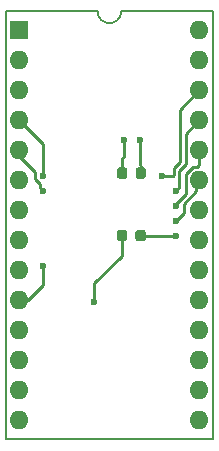
<source format=gbr>
G04 #@! TF.GenerationSoftware,KiCad,Pcbnew,5.0.2+dfsg1-1*
G04 #@! TF.CreationDate,2021-06-16T12:20:31+01:00*
G04 #@! TF.ProjectId,SE PLCC ROM,53452050-4c43-4432-9052-4f4d2e6b6963,rev?*
G04 #@! TF.SameCoordinates,Original*
G04 #@! TF.FileFunction,Copper,L2,Bot*
G04 #@! TF.FilePolarity,Positive*
%FSLAX46Y46*%
G04 Gerber Fmt 4.6, Leading zero omitted, Abs format (unit mm)*
G04 Created by KiCad (PCBNEW 5.0.2+dfsg1-1) date Wed 16 Jun 2021 12:20:31 BST*
%MOMM*%
%LPD*%
G01*
G04 APERTURE LIST*
G04 #@! TA.AperFunction,NonConductor*
%ADD10C,0.150000*%
G04 #@! TD*
G04 #@! TA.AperFunction,ComponentPad*
%ADD11R,1.600000X1.600000*%
G04 #@! TD*
G04 #@! TA.AperFunction,ComponentPad*
%ADD12O,1.600000X1.600000*%
G04 #@! TD*
G04 #@! TA.AperFunction,Conductor*
%ADD13C,0.100000*%
G04 #@! TD*
G04 #@! TA.AperFunction,SMDPad,CuDef*
%ADD14C,0.875000*%
G04 #@! TD*
G04 #@! TA.AperFunction,ViaPad*
%ADD15C,0.600000*%
G04 #@! TD*
G04 #@! TA.AperFunction,Conductor*
%ADD16C,0.250000*%
G04 #@! TD*
G04 APERTURE END LIST*
D10*
X132400000Y-65450000D02*
G75*
G02X130400000Y-65450000I-1000000J0D01*
G01*
X140150000Y-65450000D02*
X132450000Y-65450000D01*
X122650000Y-65450000D02*
X130350000Y-65450000D01*
X122650000Y-65450000D02*
X122650000Y-101700000D01*
X140150000Y-101700000D02*
X122650000Y-101700000D01*
X140150000Y-65450000D02*
X140150000Y-101700000D01*
D11*
G04 #@! TO.P,J1,1*
G04 #@! TO.N,/A15*
X123775001Y-67075001D03*
D12*
G04 #@! TO.P,J1,15*
G04 #@! TO.N,/D3*
X139015001Y-100095001D03*
G04 #@! TO.P,J1,2*
G04 #@! TO.N,/A12*
X123775001Y-69615001D03*
G04 #@! TO.P,J1,16*
G04 #@! TO.N,/D4*
X139015001Y-97555001D03*
G04 #@! TO.P,J1,3*
G04 #@! TO.N,/A7*
X123775001Y-72155001D03*
G04 #@! TO.P,J1,17*
G04 #@! TO.N,/D5*
X139015001Y-95015001D03*
G04 #@! TO.P,J1,4*
G04 #@! TO.N,/A6*
X123775001Y-74695001D03*
G04 #@! TO.P,J1,18*
G04 #@! TO.N,/D6*
X139015001Y-92475001D03*
G04 #@! TO.P,J1,5*
G04 #@! TO.N,/A5*
X123775001Y-77235001D03*
G04 #@! TO.P,J1,19*
G04 #@! TO.N,/D7*
X139015001Y-89935001D03*
G04 #@! TO.P,J1,6*
G04 #@! TO.N,/A4*
X123775001Y-79775001D03*
G04 #@! TO.P,J1,20*
G04 #@! TO.N,Net-(J1-Pad20)*
X139015001Y-87395001D03*
G04 #@! TO.P,J1,7*
G04 #@! TO.N,/A3*
X123775001Y-82315001D03*
G04 #@! TO.P,J1,21*
G04 #@! TO.N,/A10*
X139015001Y-84855001D03*
G04 #@! TO.P,J1,8*
G04 #@! TO.N,/A2*
X123775001Y-84855001D03*
G04 #@! TO.P,J1,22*
G04 #@! TO.N,/A16*
X139015001Y-82315001D03*
G04 #@! TO.P,J1,9*
G04 #@! TO.N,/A1*
X123775001Y-87395001D03*
G04 #@! TO.P,J1,23*
G04 #@! TO.N,/A11*
X139015001Y-79775001D03*
G04 #@! TO.P,J1,10*
G04 #@! TO.N,/A0*
X123775001Y-89935001D03*
G04 #@! TO.P,J1,24*
G04 #@! TO.N,/A9*
X139015001Y-77235001D03*
G04 #@! TO.P,J1,11*
G04 #@! TO.N,/D0*
X123775001Y-92475001D03*
G04 #@! TO.P,J1,25*
G04 #@! TO.N,/A8*
X139015001Y-74695001D03*
G04 #@! TO.P,J1,12*
G04 #@! TO.N,/D1*
X123775001Y-95015001D03*
G04 #@! TO.P,J1,26*
G04 #@! TO.N,/A13*
X139015001Y-72155001D03*
G04 #@! TO.P,J1,13*
G04 #@! TO.N,/D2*
X123775001Y-97555001D03*
G04 #@! TO.P,J1,27*
G04 #@! TO.N,/A14*
X139015001Y-69615001D03*
G04 #@! TO.P,J1,14*
G04 #@! TO.N,GND*
X123775001Y-100095001D03*
G04 #@! TO.P,J1,28*
G04 #@! TO.N,+5V*
X139015001Y-67075001D03*
G04 #@! TD*
D13*
G04 #@! TO.N,GND*
G04 #@! TO.C,R2*
G36*
X132702691Y-83976053D02*
X132723926Y-83979203D01*
X132744750Y-83984419D01*
X132764962Y-83991651D01*
X132784368Y-84000830D01*
X132802781Y-84011866D01*
X132820024Y-84024654D01*
X132835930Y-84039070D01*
X132850346Y-84054976D01*
X132863134Y-84072219D01*
X132874170Y-84090632D01*
X132883349Y-84110038D01*
X132890581Y-84130250D01*
X132895797Y-84151074D01*
X132898947Y-84172309D01*
X132900000Y-84193750D01*
X132900000Y-84706250D01*
X132898947Y-84727691D01*
X132895797Y-84748926D01*
X132890581Y-84769750D01*
X132883349Y-84789962D01*
X132874170Y-84809368D01*
X132863134Y-84827781D01*
X132850346Y-84845024D01*
X132835930Y-84860930D01*
X132820024Y-84875346D01*
X132802781Y-84888134D01*
X132784368Y-84899170D01*
X132764962Y-84908349D01*
X132744750Y-84915581D01*
X132723926Y-84920797D01*
X132702691Y-84923947D01*
X132681250Y-84925000D01*
X132243750Y-84925000D01*
X132222309Y-84923947D01*
X132201074Y-84920797D01*
X132180250Y-84915581D01*
X132160038Y-84908349D01*
X132140632Y-84899170D01*
X132122219Y-84888134D01*
X132104976Y-84875346D01*
X132089070Y-84860930D01*
X132074654Y-84845024D01*
X132061866Y-84827781D01*
X132050830Y-84809368D01*
X132041651Y-84789962D01*
X132034419Y-84769750D01*
X132029203Y-84748926D01*
X132026053Y-84727691D01*
X132025000Y-84706250D01*
X132025000Y-84193750D01*
X132026053Y-84172309D01*
X132029203Y-84151074D01*
X132034419Y-84130250D01*
X132041651Y-84110038D01*
X132050830Y-84090632D01*
X132061866Y-84072219D01*
X132074654Y-84054976D01*
X132089070Y-84039070D01*
X132104976Y-84024654D01*
X132122219Y-84011866D01*
X132140632Y-84000830D01*
X132160038Y-83991651D01*
X132180250Y-83984419D01*
X132201074Y-83979203D01*
X132222309Y-83976053D01*
X132243750Y-83975000D01*
X132681250Y-83975000D01*
X132702691Y-83976053D01*
X132702691Y-83976053D01*
G37*
D14*
G04 #@! TD*
G04 #@! TO.P,R2,2*
G04 #@! TO.N,GND*
X132462500Y-84450000D03*
D13*
G04 #@! TO.N,Net-(R2-Pad1)*
G04 #@! TO.C,R2*
G36*
X134277691Y-83976053D02*
X134298926Y-83979203D01*
X134319750Y-83984419D01*
X134339962Y-83991651D01*
X134359368Y-84000830D01*
X134377781Y-84011866D01*
X134395024Y-84024654D01*
X134410930Y-84039070D01*
X134425346Y-84054976D01*
X134438134Y-84072219D01*
X134449170Y-84090632D01*
X134458349Y-84110038D01*
X134465581Y-84130250D01*
X134470797Y-84151074D01*
X134473947Y-84172309D01*
X134475000Y-84193750D01*
X134475000Y-84706250D01*
X134473947Y-84727691D01*
X134470797Y-84748926D01*
X134465581Y-84769750D01*
X134458349Y-84789962D01*
X134449170Y-84809368D01*
X134438134Y-84827781D01*
X134425346Y-84845024D01*
X134410930Y-84860930D01*
X134395024Y-84875346D01*
X134377781Y-84888134D01*
X134359368Y-84899170D01*
X134339962Y-84908349D01*
X134319750Y-84915581D01*
X134298926Y-84920797D01*
X134277691Y-84923947D01*
X134256250Y-84925000D01*
X133818750Y-84925000D01*
X133797309Y-84923947D01*
X133776074Y-84920797D01*
X133755250Y-84915581D01*
X133735038Y-84908349D01*
X133715632Y-84899170D01*
X133697219Y-84888134D01*
X133679976Y-84875346D01*
X133664070Y-84860930D01*
X133649654Y-84845024D01*
X133636866Y-84827781D01*
X133625830Y-84809368D01*
X133616651Y-84789962D01*
X133609419Y-84769750D01*
X133604203Y-84748926D01*
X133601053Y-84727691D01*
X133600000Y-84706250D01*
X133600000Y-84193750D01*
X133601053Y-84172309D01*
X133604203Y-84151074D01*
X133609419Y-84130250D01*
X133616651Y-84110038D01*
X133625830Y-84090632D01*
X133636866Y-84072219D01*
X133649654Y-84054976D01*
X133664070Y-84039070D01*
X133679976Y-84024654D01*
X133697219Y-84011866D01*
X133715632Y-84000830D01*
X133735038Y-83991651D01*
X133755250Y-83984419D01*
X133776074Y-83979203D01*
X133797309Y-83976053D01*
X133818750Y-83975000D01*
X134256250Y-83975000D01*
X134277691Y-83976053D01*
X134277691Y-83976053D01*
G37*
D14*
G04 #@! TD*
G04 #@! TO.P,R2,1*
G04 #@! TO.N,Net-(R2-Pad1)*
X134037500Y-84450000D03*
D13*
G04 #@! TO.N,+5V*
G04 #@! TO.C,R1*
G36*
X132715191Y-78676053D02*
X132736426Y-78679203D01*
X132757250Y-78684419D01*
X132777462Y-78691651D01*
X132796868Y-78700830D01*
X132815281Y-78711866D01*
X132832524Y-78724654D01*
X132848430Y-78739070D01*
X132862846Y-78754976D01*
X132875634Y-78772219D01*
X132886670Y-78790632D01*
X132895849Y-78810038D01*
X132903081Y-78830250D01*
X132908297Y-78851074D01*
X132911447Y-78872309D01*
X132912500Y-78893750D01*
X132912500Y-79406250D01*
X132911447Y-79427691D01*
X132908297Y-79448926D01*
X132903081Y-79469750D01*
X132895849Y-79489962D01*
X132886670Y-79509368D01*
X132875634Y-79527781D01*
X132862846Y-79545024D01*
X132848430Y-79560930D01*
X132832524Y-79575346D01*
X132815281Y-79588134D01*
X132796868Y-79599170D01*
X132777462Y-79608349D01*
X132757250Y-79615581D01*
X132736426Y-79620797D01*
X132715191Y-79623947D01*
X132693750Y-79625000D01*
X132256250Y-79625000D01*
X132234809Y-79623947D01*
X132213574Y-79620797D01*
X132192750Y-79615581D01*
X132172538Y-79608349D01*
X132153132Y-79599170D01*
X132134719Y-79588134D01*
X132117476Y-79575346D01*
X132101570Y-79560930D01*
X132087154Y-79545024D01*
X132074366Y-79527781D01*
X132063330Y-79509368D01*
X132054151Y-79489962D01*
X132046919Y-79469750D01*
X132041703Y-79448926D01*
X132038553Y-79427691D01*
X132037500Y-79406250D01*
X132037500Y-78893750D01*
X132038553Y-78872309D01*
X132041703Y-78851074D01*
X132046919Y-78830250D01*
X132054151Y-78810038D01*
X132063330Y-78790632D01*
X132074366Y-78772219D01*
X132087154Y-78754976D01*
X132101570Y-78739070D01*
X132117476Y-78724654D01*
X132134719Y-78711866D01*
X132153132Y-78700830D01*
X132172538Y-78691651D01*
X132192750Y-78684419D01*
X132213574Y-78679203D01*
X132234809Y-78676053D01*
X132256250Y-78675000D01*
X132693750Y-78675000D01*
X132715191Y-78676053D01*
X132715191Y-78676053D01*
G37*
D14*
G04 #@! TD*
G04 #@! TO.P,R1,1*
G04 #@! TO.N,+5V*
X132475000Y-79150000D03*
D13*
G04 #@! TO.N,Net-(R1-Pad2)*
G04 #@! TO.C,R1*
G36*
X134290191Y-78676053D02*
X134311426Y-78679203D01*
X134332250Y-78684419D01*
X134352462Y-78691651D01*
X134371868Y-78700830D01*
X134390281Y-78711866D01*
X134407524Y-78724654D01*
X134423430Y-78739070D01*
X134437846Y-78754976D01*
X134450634Y-78772219D01*
X134461670Y-78790632D01*
X134470849Y-78810038D01*
X134478081Y-78830250D01*
X134483297Y-78851074D01*
X134486447Y-78872309D01*
X134487500Y-78893750D01*
X134487500Y-79406250D01*
X134486447Y-79427691D01*
X134483297Y-79448926D01*
X134478081Y-79469750D01*
X134470849Y-79489962D01*
X134461670Y-79509368D01*
X134450634Y-79527781D01*
X134437846Y-79545024D01*
X134423430Y-79560930D01*
X134407524Y-79575346D01*
X134390281Y-79588134D01*
X134371868Y-79599170D01*
X134352462Y-79608349D01*
X134332250Y-79615581D01*
X134311426Y-79620797D01*
X134290191Y-79623947D01*
X134268750Y-79625000D01*
X133831250Y-79625000D01*
X133809809Y-79623947D01*
X133788574Y-79620797D01*
X133767750Y-79615581D01*
X133747538Y-79608349D01*
X133728132Y-79599170D01*
X133709719Y-79588134D01*
X133692476Y-79575346D01*
X133676570Y-79560930D01*
X133662154Y-79545024D01*
X133649366Y-79527781D01*
X133638330Y-79509368D01*
X133629151Y-79489962D01*
X133621919Y-79469750D01*
X133616703Y-79448926D01*
X133613553Y-79427691D01*
X133612500Y-79406250D01*
X133612500Y-78893750D01*
X133613553Y-78872309D01*
X133616703Y-78851074D01*
X133621919Y-78830250D01*
X133629151Y-78810038D01*
X133638330Y-78790632D01*
X133649366Y-78772219D01*
X133662154Y-78754976D01*
X133676570Y-78739070D01*
X133692476Y-78724654D01*
X133709719Y-78711866D01*
X133728132Y-78700830D01*
X133747538Y-78691651D01*
X133767750Y-78684419D01*
X133788574Y-78679203D01*
X133809809Y-78676053D01*
X133831250Y-78675000D01*
X134268750Y-78675000D01*
X134290191Y-78676053D01*
X134290191Y-78676053D01*
G37*
D14*
G04 #@! TD*
G04 #@! TO.P,R1,2*
G04 #@! TO.N,Net-(R1-Pad2)*
X134050000Y-79150000D03*
D15*
G04 #@! TO.N,+5V*
X132670000Y-76362500D03*
G04 #@! TO.N,Net-(R1-Pad2)*
X133950000Y-76350000D03*
G04 #@! TO.N,GND*
X130130000Y-90037500D03*
G04 #@! TO.N,Net-(R2-Pad1)*
X137000000Y-84450000D03*
G04 #@! TO.N,/A6*
X125800000Y-79400000D03*
G04 #@! TO.N,/A5*
X125800000Y-80650000D03*
G04 #@! TO.N,/A0*
X125800000Y-87000000D03*
G04 #@! TO.N,/A11*
X137000000Y-83200000D03*
G04 #@! TO.N,/A9*
X137000000Y-81950000D03*
G04 #@! TO.N,/A8*
X137000000Y-80650000D03*
G04 #@! TO.N,/A13*
X135850000Y-79390000D03*
G04 #@! TD*
D16*
G04 #@! TO.N,+5V*
X132475000Y-77925000D02*
X132475000Y-79150000D01*
X132670000Y-76362500D02*
X132670000Y-77730000D01*
X132670000Y-77730000D02*
X132475000Y-77925000D01*
G04 #@! TO.N,Net-(R1-Pad2)*
X133950000Y-76350000D02*
X133950000Y-77650000D01*
X133950000Y-78475000D02*
X133950000Y-77650000D01*
X134050000Y-78575000D02*
X133950000Y-78475000D01*
X134050000Y-79150000D02*
X134050000Y-78575000D01*
G04 #@! TO.N,GND*
X130130000Y-88470000D02*
X130130000Y-90037500D01*
X132462500Y-84450000D02*
X132462500Y-86137500D01*
X132462500Y-86137500D02*
X130130000Y-88470000D01*
G04 #@! TO.N,Net-(R2-Pad1)*
X136575736Y-84450000D02*
X134037500Y-84450000D01*
X137000000Y-84450000D02*
X136575736Y-84450000D01*
G04 #@! TO.N,/A6*
X125800000Y-76720000D02*
X123775001Y-74695001D01*
X125800000Y-79400000D02*
X125800000Y-76720000D01*
G04 #@! TO.N,/A5*
X125100000Y-79050000D02*
X123775001Y-77725001D01*
X125100000Y-79650000D02*
X125100000Y-79050000D01*
X125500001Y-80050001D02*
X125100000Y-79650000D01*
X125800000Y-80650000D02*
X125500001Y-80350001D01*
X123775001Y-77725001D02*
X123775001Y-77235001D01*
X125500001Y-80350001D02*
X125500001Y-80050001D01*
G04 #@! TO.N,/A0*
X124464999Y-89935001D02*
X123775001Y-89935001D01*
X125800000Y-87000000D02*
X125800000Y-88600000D01*
X125800000Y-88600000D02*
X124464999Y-89935001D01*
G04 #@! TO.N,/A11*
X138750000Y-80040002D02*
X139015001Y-79775001D01*
X138750000Y-80700000D02*
X138750000Y-80040002D01*
X137700000Y-81750000D02*
X138750000Y-80700000D01*
X137000000Y-83200000D02*
X137700000Y-82500000D01*
X137700000Y-82500000D02*
X137700000Y-81750000D01*
G04 #@! TO.N,/A9*
X137000000Y-81813590D02*
X137850000Y-80963590D01*
X137000000Y-81950000D02*
X137000000Y-81813590D01*
X137850000Y-79275000D02*
X138475000Y-78650000D01*
X137850000Y-80963590D02*
X137850000Y-79275000D01*
X138475000Y-78650000D02*
X138850000Y-78650000D01*
X139015001Y-78484999D02*
X139015001Y-77235001D01*
X138850000Y-78650000D02*
X139015001Y-78484999D01*
G04 #@! TO.N,/A8*
X137299999Y-80350001D02*
X137299999Y-78950001D01*
X137000000Y-80650000D02*
X137299999Y-80350001D01*
X137299999Y-78950001D02*
X137850000Y-78400000D01*
X137850000Y-75860002D02*
X139015001Y-74695001D01*
X137850000Y-78400000D02*
X137850000Y-75860002D01*
G04 #@! TO.N,/A13*
X135850000Y-79390000D02*
X136760000Y-79390000D01*
X136849989Y-79300011D02*
X136849989Y-78750011D01*
X136760000Y-79390000D02*
X136849989Y-79300011D01*
X136849989Y-78750011D02*
X137350000Y-78250000D01*
X137350000Y-73820002D02*
X139015001Y-72155001D01*
X137350000Y-78250000D02*
X137350000Y-73820002D01*
G04 #@! TD*
M02*

</source>
